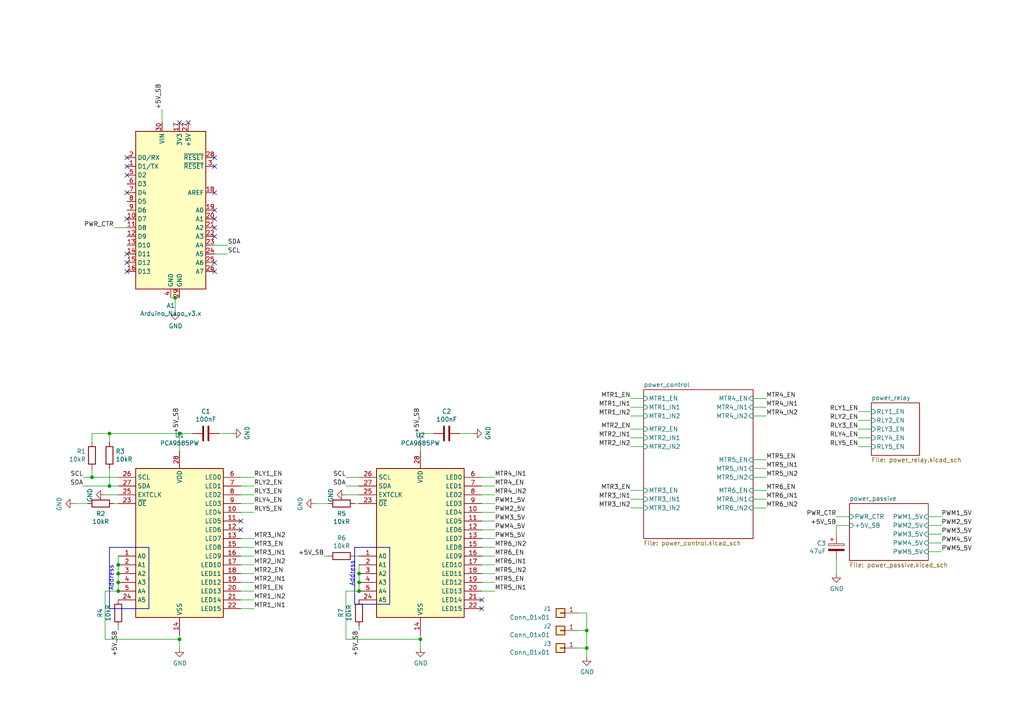
<source format=kicad_sch>
(kicad_sch (version 20230121) (generator eeschema)
  (paper "A4")
  (lib_symbols
    (symbol "power_board-rescue:Arduino_Nano_v3.x-MCU_Module"
      (property "Reference" "A" (at -10.16 23.495 0))
      (property "Value" "MCU_Module_Arduino_Nano_v3.x" (at 5.08 -24.13 0))
      (symbol "Arduino_Nano_v3.x-MCU_Module_0_1"
        (rectangle (start -10.16 22.86) (end 10.16 -22.86) (stroke (width 0.254)) (fill (type background)))
      )
      (symbol "Arduino_Nano_v3.x-MCU_Module_1_1"
        (pin bidirectional line (at -12.7 12.7 0) (length 2.54) (name "D1/TX") (number "1"))
        (pin bidirectional line (at -12.7 -2.54 0) (length 2.54) (name "D7") (number "10"))
        (pin bidirectional line (at -12.7 -5.08 0) (length 2.54) (name "D8") (number "11"))
        (pin bidirectional line (at -12.7 -7.62 0) (length 2.54) (name "D9") (number "12"))
        (pin bidirectional line (at -12.7 -10.16 0) (length 2.54) (name "D10") (number "13"))
        (pin bidirectional line (at -12.7 -12.7 0) (length 2.54) (name "D11") (number "14"))
        (pin bidirectional line (at -12.7 -15.24 0) (length 2.54) (name "D12") (number "15"))
        (pin bidirectional line (at -12.7 -17.78 0) (length 2.54) (name "D13") (number "16"))
        (pin power_out line (at 2.54 25.4 270) (length 2.54) (name "3V3") (number "17"))
        (pin input line (at 12.7 5.08 180) (length 2.54) (name "AREF") (number "18"))
        (pin bidirectional line (at 12.7 0 180) (length 2.54) (name "A0") (number "19"))
        (pin bidirectional line (at -12.7 15.24 0) (length 2.54) (name "D0/RX") (number "2"))
        (pin bidirectional line (at 12.7 -2.54 180) (length 2.54) (name "A1") (number "20"))
        (pin bidirectional line (at 12.7 -5.08 180) (length 2.54) (name "A2") (number "21"))
        (pin bidirectional line (at 12.7 -7.62 180) (length 2.54) (name "A3") (number "22"))
        (pin bidirectional line (at 12.7 -10.16 180) (length 2.54) (name "A4") (number "23"))
        (pin bidirectional line (at 12.7 -12.7 180) (length 2.54) (name "A5") (number "24"))
        (pin bidirectional line (at 12.7 -15.24 180) (length 2.54) (name "A6") (number "25"))
        (pin bidirectional line (at 12.7 -17.78 180) (length 2.54) (name "A7") (number "26"))
        (pin power_out line (at 5.08 25.4 270) (length 2.54) (name "+5V") (number "27"))
        (pin input line (at 12.7 15.24 180) (length 2.54) (name "~{RESET}") (number "28"))
        (pin power_in line (at 2.54 -25.4 90) (length 2.54) (name "GND") (number "29"))
        (pin input line (at 12.7 12.7 180) (length 2.54) (name "~{RESET}") (number "3"))
        (pin power_in line (at -2.54 25.4 270) (length 2.54) (name "VIN") (number "30"))
        (pin power_in line (at 0 -25.4 90) (length 2.54) (name "GND") (number "4"))
        (pin bidirectional line (at -12.7 10.16 0) (length 2.54) (name "D2") (number "5"))
        (pin bidirectional line (at -12.7 7.62 0) (length 2.54) (name "D3") (number "6"))
        (pin bidirectional line (at -12.7 5.08 0) (length 2.54) (name "D4") (number "7"))
        (pin bidirectional line (at -12.7 2.54 0) (length 2.54) (name "D5") (number "8"))
        (pin bidirectional line (at -12.7 0 0) (length 2.54) (name "D6") (number "9"))
      )
    )
    (symbol "power_board-rescue:C-Device" (pin_numbers hide) (pin_names (offset 0.254))
      (property "Reference" "C" (at 0.635 2.54 0))
      (property "Value" "Device_C" (at 0.635 -2.54 0))
      (symbol "C-Device_0_1"
        (polyline (pts (xy -2.032 -0.762) (xy 2.032 -0.762)) (stroke (width 0.508)))
        (polyline (pts (xy -2.032 0.762) (xy 2.032 0.762)) (stroke (width 0.508)))
      )
      (symbol "C-Device_1_1"
        (pin passive line (at 0 3.81 270) (length 2.794) (name "~") (number "1"))
        (pin passive line (at 0 -3.81 90) (length 2.794) (name "~") (number "2"))
      )
    )
    (symbol "power_board-rescue:CP-Device" (pin_numbers hide) (pin_names (offset 0.254))
      (property "Reference" "C" (at 0.635 2.54 0))
      (property "Value" "CP-Device" (at 0.635 -2.54 0))
      (symbol "CP-Device_0_1"
        (rectangle (start -2.286 0.508) (end 2.286 1.016))
        (polyline (pts (xy -1.778 2.286) (xy -0.762 2.286)))
        (polyline (pts (xy -1.27 2.794) (xy -1.27 1.778)))
        (rectangle (start 2.286 -0.508) (end -2.286 -1.016) (fill (type outline)))
      )
      (symbol "CP-Device_1_1"
        (pin passive line (at 0 3.81 270) (length 2.794) (name "~") (number "1"))
        (pin passive line (at 0 -3.81 90) (length 2.794) (name "~") (number "2"))
      )
    )
    (symbol "power_board-rescue:Conn_01x01-Connector_Generic" (pin_names (offset 1.016) hide)
      (property "Reference" "J" (at 0 2.54 0))
      (property "Value" "Connector_Generic_Conn_01x01" (at 0 -2.54 0))
      (symbol "Conn_01x01-Connector_Generic_1_1"
        (rectangle (start -1.27 0.127) (end 0 -0.127) (stroke (width 0.1524)))
        (rectangle (start -1.27 1.27) (end 1.27 -1.27) (stroke (width 0.254)) (fill (type background)))
        (pin passive line (at -5.08 0 0) (length 3.81) (name "Pin_1") (number "1"))
      )
    )
    (symbol "power_board-rescue:GND-power" (power) (pin_names (offset 0))
      (property "Value" "GND-power" (at 0 -3.81 0))
      (symbol "GND-power_0_1"
        (polyline (pts (xy 0 0) (xy 0 -1.27) (xy 1.27 -1.27) (xy 0 -2.54) (xy -1.27 -1.27) (xy 0 -1.27)))
      )
      (symbol "GND-power_1_1"
        (pin power_in line (at 0 0 270) (length 0) hide (name "GND") (number "1"))
      )
    )
    (symbol "power_board-rescue:PCA9685PW-Driver_LED"
      (property "Reference" "U" (at -12.7 22.225 0))
      (property "Value" "Driver_LED_PCA9685PW" (at 1.27 22.225 0))
      (symbol "PCA9685PW-Driver_LED_0_1"
        (rectangle (start -12.7 20.32) (end 12.7 -22.86) (stroke (width 0.254)) (fill (type background)))
      )
      (symbol "PCA9685PW-Driver_LED_1_1"
        (pin input line (at -17.78 -5.08 0) (length 5.08) (name "A0") (number "1"))
        (pin output line (at 17.78 7.62 180) (length 5.08) (name "LED4") (number "10"))
        (pin output line (at 17.78 5.08 180) (length 5.08) (name "LED5") (number "11"))
        (pin output line (at 17.78 2.54 180) (length 5.08) (name "LED6") (number "12"))
        (pin output line (at 17.78 0 180) (length 5.08) (name "LED7") (number "13"))
        (pin power_in line (at 0 -27.94 90) (length 5.08) (name "VSS") (number "14"))
        (pin output line (at 17.78 -2.54 180) (length 5.08) (name "LED8") (number "15"))
        (pin output line (at 17.78 -5.08 180) (length 5.08) (name "LED9") (number "16"))
        (pin output line (at 17.78 -7.62 180) (length 5.08) (name "LED10") (number "17"))
        (pin output line (at 17.78 -10.16 180) (length 5.08) (name "LED11") (number "18"))
        (pin output line (at 17.78 -12.7 180) (length 5.08) (name "LED12") (number "19"))
        (pin input line (at -17.78 -7.62 0) (length 5.08) (name "A1") (number "2"))
        (pin output line (at 17.78 -15.24 180) (length 5.08) (name "LED13") (number "20"))
        (pin output line (at 17.78 -17.78 180) (length 5.08) (name "LED14") (number "21"))
        (pin output line (at 17.78 -20.32 180) (length 5.08) (name "LED15") (number "22"))
        (pin input line (at -17.78 10.16 0) (length 5.08) (name "~{OE}") (number "23"))
        (pin input line (at -17.78 -17.78 0) (length 5.08) (name "A5") (number "24"))
        (pin input line (at -17.78 12.7 0) (length 5.08) (name "EXTCLK") (number "25"))
        (pin input line (at -17.78 17.78 0) (length 5.08) (name "SCL") (number "26"))
        (pin bidirectional line (at -17.78 15.24 0) (length 5.08) (name "SDA") (number "27"))
        (pin power_in line (at 0 25.4 270) (length 5.08) (name "VDD") (number "28"))
        (pin input line (at -17.78 -10.16 0) (length 5.08) (name "A2") (number "3"))
        (pin input line (at -17.78 -12.7 0) (length 5.08) (name "A3") (number "4"))
        (pin input line (at -17.78 -15.24 0) (length 5.08) (name "A4") (number "5"))
        (pin output line (at 17.78 17.78 180) (length 5.08) (name "LED0") (number "6"))
        (pin output line (at 17.78 15.24 180) (length 5.08) (name "LED1") (number "7"))
        (pin output line (at 17.78 12.7 180) (length 5.08) (name "LED2") (number "8"))
        (pin output line (at 17.78 10.16 180) (length 5.08) (name "LED3") (number "9"))
      )
    )
    (symbol "power_board-rescue:R-Device" (pin_numbers hide) (pin_names (offset 0))
      (property "Reference" "R" (at 2.032 0 90))
      (property "Value" "Device_R" (at 0 0 90))
      (symbol "R-Device_0_1"
        (rectangle (start -1.016 -2.54) (end 1.016 2.54) (stroke (width 0.254)))
      )
      (symbol "R-Device_1_1"
        (pin passive line (at 0 3.81 270) (length 1.27) (name "~") (number "1"))
        (pin passive line (at 0 -3.81 90) (length 1.27) (name "~") (number "2"))
      )
    )
  )
  (junction (at 170.18 182.88))
  (junction (at 34.29 166.37))
  (junction (at 26.67 138.43))
  (junction (at 104.14 168.91))
  (junction (at 121.92 185.42))
  (junction (at 34.29 163.83))
  (junction (at 104.14 166.37))
  (junction (at 170.18 187.96))
  (junction (at 31.75 140.97))
  (junction (at 34.29 168.91))
  (junction (at 52.07 185.42))
  (junction (at 31.75 125.73))
  (junction (at 104.14 171.45))
  (junction (at 34.29 171.45))
  (junction (at 52.07 125.73))
  (junction (at 50.8 86.36))
  (no_connect (at 62.23 78.74))
  (no_connect (at 62.23 55.88))
  (no_connect (at 36.83 45.72))
  (no_connect (at 62.23 68.58))
  (no_connect (at 62.23 60.96))
  (no_connect (at 36.83 73.66))
  (no_connect (at 62.23 45.72))
  (no_connect (at 36.83 55.88))
  (no_connect (at 62.23 76.2))
  (no_connect (at 139.7 176.53))
  (no_connect (at 36.83 78.74))
  (no_connect (at 69.85 153.67))
  (no_connect (at 36.83 63.5))
  (no_connect (at 139.7 173.99))
  (no_connect (at 62.23 66.04))
  (no_connect (at 62.23 63.5))
  (no_connect (at 54.61 35.56))
  (no_connect (at 36.83 48.26))
  (no_connect (at 62.23 48.26))
  (no_connect (at 36.83 50.8))
  (no_connect (at 36.83 76.2))
  (no_connect (at 52.07 35.56))
  (no_connect (at 69.85 151.13))
  (wire (pts (xy 242.57 162.56) (xy 242.57 166.37)))
  (wire (pts (xy 62.23 73.66) (xy 66.04 73.66)))
  (wire (pts (xy 52.07 185.42) (xy 30.48 185.42)))
  (wire (pts (xy 36.83 66.04) (xy 33.02 66.04)))
  (wire (pts (xy 69.85 173.99) (xy 73.66 173.99)))
  (wire (pts (xy 252.73 121.92) (xy 248.92 121.92)))
  (wire (pts (xy 52.07 185.42) (xy 52.07 187.96)))
  (wire (pts (xy 21.59 146.05) (xy 25.4 146.05)))
  (wire (pts (xy 50.8 86.36) (xy 52.07 86.36)))
  (wire (pts (xy 69.85 168.91) (xy 73.66 168.91)))
  (polyline (pts (xy 113.03 158.75) (xy 113.03 175.26)) (stroke (width 0.2032)))
  (wire (pts (xy 26.67 125.73) (xy 31.75 125.73)))
  (wire (pts (xy 186.69 127) (xy 182.88 127)))
  (wire (pts (xy 34.29 143.51) (xy 30.48 143.51)))
  (wire (pts (xy 93.98 161.29) (xy 95.25 161.29)))
  (wire (pts (xy 121.92 184.15) (xy 121.92 185.42)))
  (wire (pts (xy 139.7 166.37) (xy 143.51 166.37)))
  (wire (pts (xy 50.8 86.36) (xy 50.8 90.17)))
  (wire (pts (xy 170.18 182.88) (xy 170.18 187.96)))
  (wire (pts (xy 69.85 176.53) (xy 73.66 176.53)))
  (wire (pts (xy 222.25 135.89) (xy 218.44 135.89)))
  (wire (pts (xy 30.48 185.42) (xy 30.48 171.45)))
  (wire (pts (xy 222.25 133.35) (xy 218.44 133.35)))
  (wire (pts (xy 252.73 119.38) (xy 248.92 119.38)))
  (wire (pts (xy 186.69 129.54) (xy 182.88 129.54)))
  (wire (pts (xy 63.5 125.73) (xy 67.31 125.73)))
  (polyline (pts (xy 31.75 176.53) (xy 31.75 158.75)) (stroke (width 0.2032)))
  (polyline (pts (xy 113.03 175.26) (xy 102.87 175.26)) (stroke (width 0.2032)))
  (wire (pts (xy 269.24 149.86) (xy 273.05 149.86)))
  (wire (pts (xy 69.85 156.21) (xy 73.66 156.21)))
  (wire (pts (xy 222.25 144.78) (xy 218.44 144.78)))
  (wire (pts (xy 69.85 171.45) (xy 73.66 171.45)))
  (wire (pts (xy 222.25 147.32) (xy 218.44 147.32)))
  (wire (pts (xy 24.13 140.97) (xy 31.75 140.97)))
  (wire (pts (xy 69.85 161.29) (xy 73.66 161.29)))
  (wire (pts (xy 69.85 148.59) (xy 73.66 148.59)))
  (wire (pts (xy 31.75 140.97) (xy 34.29 140.97)))
  (wire (pts (xy 139.7 146.05) (xy 143.51 146.05)))
  (wire (pts (xy 104.14 171.45) (xy 104.14 168.91)))
  (wire (pts (xy 104.14 138.43) (xy 100.33 138.43)))
  (wire (pts (xy 186.69 115.57) (xy 182.88 115.57)))
  (wire (pts (xy 49.53 86.36) (xy 50.8 86.36)))
  (wire (pts (xy 52.07 125.73) (xy 55.88 125.73)))
  (wire (pts (xy 52.07 125.73) (xy 52.07 130.81)))
  (wire (pts (xy 222.25 115.57) (xy 218.44 115.57)))
  (wire (pts (xy 252.73 127) (xy 248.92 127)))
  (wire (pts (xy 139.7 138.43) (xy 143.51 138.43)))
  (wire (pts (xy 167.64 182.88) (xy 170.18 182.88)))
  (wire (pts (xy 139.7 168.91) (xy 143.51 168.91)))
  (wire (pts (xy 121.92 125.73) (xy 125.73 125.73)))
  (wire (pts (xy 104.14 168.91) (xy 104.14 166.37)))
  (wire (pts (xy 121.92 185.42) (xy 121.92 187.96)))
  (wire (pts (xy 269.24 160.02) (xy 273.05 160.02)))
  (wire (pts (xy 104.14 166.37) (xy 104.14 163.83)))
  (wire (pts (xy 242.57 152.4) (xy 242.57 154.94)))
  (wire (pts (xy 46.99 31.75) (xy 46.99 35.56)))
  (wire (pts (xy 69.85 166.37) (xy 73.66 166.37)))
  (wire (pts (xy 252.73 129.54) (xy 248.92 129.54)))
  (wire (pts (xy 62.23 71.12) (xy 66.04 71.12)))
  (wire (pts (xy 100.33 185.42) (xy 100.33 171.45)))
  (wire (pts (xy 91.44 146.05) (xy 95.25 146.05)))
  (wire (pts (xy 100.33 143.51) (xy 104.14 143.51)))
  (wire (pts (xy 170.18 177.8) (xy 170.18 182.88)))
  (wire (pts (xy 31.75 128.27) (xy 31.75 125.73)))
  (wire (pts (xy 269.24 152.4) (xy 273.05 152.4)))
  (wire (pts (xy 102.87 146.05) (xy 104.14 146.05)))
  (wire (pts (xy 167.64 187.96) (xy 170.18 187.96)))
  (wire (pts (xy 26.67 138.43) (xy 34.29 138.43)))
  (polyline (pts (xy 43.18 176.53) (xy 31.75 176.53)) (stroke (width 0.2032)))
  (wire (pts (xy 26.67 125.73) (xy 26.67 128.27)))
  (wire (pts (xy 69.85 143.51) (xy 73.66 143.51)))
  (wire (pts (xy 186.69 124.46) (xy 182.88 124.46)))
  (polyline (pts (xy 43.18 158.75) (xy 43.18 176.53)) (stroke (width 0.2032)))
  (wire (pts (xy 30.48 171.45) (xy 34.29 171.45)))
  (wire (pts (xy 186.69 120.65) (xy 182.88 120.65)))
  (wire (pts (xy 139.7 156.21) (xy 143.51 156.21)))
  (wire (pts (xy 52.07 184.15) (xy 52.07 185.42)))
  (wire (pts (xy 69.85 158.75) (xy 73.66 158.75)))
  (wire (pts (xy 24.13 138.43) (xy 26.67 138.43)))
  (wire (pts (xy 139.7 143.51) (xy 143.51 143.51)))
  (wire (pts (xy 31.75 125.73) (xy 52.07 125.73)))
  (wire (pts (xy 34.29 182.88) (xy 34.29 181.61)))
  (wire (pts (xy 133.35 125.73) (xy 137.16 125.73)))
  (wire (pts (xy 252.73 124.46) (xy 248.92 124.46)))
  (wire (pts (xy 246.38 149.86) (xy 242.57 149.86)))
  (wire (pts (xy 170.18 187.96) (xy 170.18 190.5)))
  (wire (pts (xy 26.67 135.89) (xy 26.67 138.43)))
  (wire (pts (xy 100.33 171.45) (xy 104.14 171.45)))
  (wire (pts (xy 167.64 177.8) (xy 170.18 177.8)))
  (wire (pts (xy 69.85 163.83) (xy 73.66 163.83)))
  (wire (pts (xy 33.02 146.05) (xy 34.29 146.05)))
  (wire (pts (xy 34.29 163.83) (xy 34.29 166.37)))
  (wire (pts (xy 69.85 138.43) (xy 73.66 138.43)))
  (wire (pts (xy 31.75 135.89) (xy 31.75 140.97)))
  (wire (pts (xy 104.14 182.88) (xy 104.14 181.61)))
  (wire (pts (xy 186.69 142.24) (xy 182.88 142.24)))
  (wire (pts (xy 269.24 157.48) (xy 273.05 157.48)))
  (polyline (pts (xy 31.75 158.75) (xy 43.18 158.75)) (stroke (width 0.2032)))
  (wire (pts (xy 139.7 158.75) (xy 143.51 158.75)))
  (wire (pts (xy 222.25 138.43) (xy 218.44 138.43)))
  (wire (pts (xy 139.7 161.29) (xy 143.51 161.29)))
  (wire (pts (xy 104.14 140.97) (xy 100.33 140.97)))
  (wire (pts (xy 269.24 154.94) (xy 273.05 154.94)))
  (wire (pts (xy 186.69 144.78) (xy 182.88 144.78)))
  (wire (pts (xy 139.7 163.83) (xy 143.51 163.83)))
  (wire (pts (xy 34.29 161.29) (xy 34.29 163.83)))
  (wire (pts (xy 186.69 147.32) (xy 182.88 147.32)))
  (wire (pts (xy 121.92 125.73) (xy 121.92 130.81)))
  (wire (pts (xy 69.85 146.05) (xy 73.66 146.05)))
  (polyline (pts (xy 102.87 175.26) (xy 102.87 158.75)) (stroke (width 0.2032)))
  (polyline (pts (xy 102.87 158.75) (xy 113.03 158.75)) (stroke (width 0.2032)))
  (wire (pts (xy 246.38 152.4) (xy 242.57 152.4)))
  (wire (pts (xy 222.25 118.11) (xy 218.44 118.11)))
  (wire (pts (xy 139.7 151.13) (xy 143.51 151.13)))
  (wire (pts (xy 139.7 140.97) (xy 143.51 140.97)))
  (wire (pts (xy 222.25 142.24) (xy 218.44 142.24)))
  (wire (pts (xy 100.33 185.42) (xy 121.92 185.42)))
  (wire (pts (xy 186.69 118.11) (xy 182.88 118.11)))
  (wire (pts (xy 139.7 171.45) (xy 143.51 171.45)))
  (wire (pts (xy 102.87 161.29) (xy 104.14 161.29)))
  (wire (pts (xy 34.29 168.91) (xy 34.29 171.45)))
  (wire (pts (xy 222.25 120.65) (xy 218.44 120.65)))
  (wire (pts (xy 34.29 166.37) (xy 34.29 168.91)))
  (wire (pts (xy 139.7 153.67) (xy 143.51 153.67)))
  (wire (pts (xy 69.85 140.97) (xy 73.66 140.97)))
  (wire (pts (xy 139.7 148.59) (xy 143.51 148.59)))
  (text "Address" (at 102.87 170.18 90) (effects (font (size 1.27 1.27)) (justify left bottom)))
  (text "Address" (at 33.02 171.45 90) (effects (font (size 1.27 1.27)) (justify left bottom)))
  (label "SDA" (at 66.04 71.12 0))
  (label "MTR1_IN2" (at 73.66 173.99 0))
  (label "MTR6_EN" (at 143.51 161.29 0))
  (label "MTR3_IN2" (at 73.66 156.21 0))
  (label "MTR3_IN1" (at 73.66 161.29 0))
  (label "+5V_SB" (at 93.98 161.29 180))
  (label "SDA" (at 100.33 140.97 180))
  (label "RLY3_EN" (at 73.66 143.51 0))
  (label "+5V_SB" (at 121.92 125.73 90))
  (label "PWM4_5V" (at 273.05 157.48 0))
  (label "MTR6_IN1" (at 143.51 163.83 0))
  (label "SCL" (at 100.33 138.43 180))
  (label "+5V_SB" (at 46.99 31.75 90))
  (label "PWM1_5V" (at 273.05 149.86 0))
  (label "MTR5_EN" (at 143.51 168.91 0))
  (label "MTR3_EN" (at 73.66 158.75 0))
  (label "RLY4_EN" (at 73.66 146.05 0))
  (label "+5V_SB" (at 242.57 152.4 180))
  (label "MTR5_EN" (at 222.25 133.35 0))
  (label "SCL" (at 24.13 138.43 180))
  (label "RLY5_EN" (at 248.92 129.54 180))
  (label "MTR3_IN2" (at 182.88 147.32 180))
  (label "RLY2_EN" (at 73.66 140.97 0))
  (label "RLY2_EN" (at 248.92 121.92 180))
  (label "MTR2_IN1" (at 182.88 127 180))
  (label "MTR5_IN1" (at 222.25 135.89 0))
  (label "PWM5_5V" (at 143.51 156.21 0))
  (label "MTR1_EN" (at 73.66 171.45 0))
  (label "PWM3_5V" (at 273.05 154.94 0))
  (label "MTR2_IN1" (at 73.66 168.91 0))
  (label "MTR6_IN1" (at 222.25 144.78 0))
  (label "PWR_CTR" (at 33.02 66.04 180))
  (label "RLY1_EN" (at 248.92 119.38 180))
  (label "MTR5_IN2" (at 143.51 166.37 0))
  (label "MTR1_IN1" (at 182.88 118.11 180))
  (label "MTR1_EN" (at 182.88 115.57 180))
  (label "PWM2_5V" (at 273.05 152.4 0))
  (label "PWR_CTR" (at 242.57 149.86 180))
  (label "MTR2_EN" (at 182.88 124.46 180))
  (label "RLY4_EN" (at 248.92 127 180))
  (label "MTR2_EN" (at 73.66 166.37 0))
  (label "PWM5_5V" (at 273.05 160.02 0))
  (label "RLY5_EN" (at 73.66 148.59 0))
  (label "MTR2_IN2" (at 182.88 129.54 180))
  (label "MTR1_IN2" (at 182.88 120.65 180))
  (label "MTR4_IN2" (at 143.51 143.51 0))
  (label "PWM4_5V" (at 143.51 153.67 0))
  (label "MTR2_IN2" (at 73.66 163.83 0))
  (label "MTR1_IN1" (at 73.66 176.53 0))
  (label "PWM3_5V" (at 143.51 151.13 0))
  (label "MTR4_IN1" (at 222.25 118.11 0))
  (label "MTR6_EN" (at 222.25 142.24 0))
  (label "MTR6_IN2" (at 143.51 158.75 0))
  (label "MTR4_EN" (at 143.51 140.97 0))
  (label "+5V_SB" (at 52.07 125.73 90))
  (label "+5V_SB" (at 34.29 182.88 270))
  (label "MTR5_IN2" (at 222.25 138.43 0))
  (label "+5V_SB" (at 104.14 182.88 270))
  (label "MTR6_IN2" (at 222.25 147.32 0))
  (label "RLY1_EN" (at 73.66 138.43 0))
  (label "MTR4_IN1" (at 143.51 138.43 0))
  (label "MTR3_IN1" (at 182.88 144.78 180))
  (label "MTR4_IN2" (at 222.25 120.65 0))
  (label "MTR5_IN1" (at 143.51 171.45 0))
  (label "MTR3_EN" (at 182.88 142.24 180))
  (label "SCL" (at 66.04 73.66 0))
  (label "MTR4_EN" (at 222.25 115.57 0))
  (label "SDA" (at 24.13 140.97 180))
  (label "RLY3_EN" (at 248.92 124.46 180))
  (label "PWM1_5V" (at 143.51 146.05 0))
  (label "PWM2_5V" (at 143.51 148.59 0))
  (symbol (lib_id "power_board-rescue:GND-power") (at 50.8 90.17 0) (unit 1)
    (property "Reference" "#PWR03" (effects hide))
    (property "Value" "GND" (at 50.927 94.5642 0))
  )
  (symbol (lib_id "power_board-rescue:Conn_01x01-Connector_Generic") (at 162.56 187.96 180) (unit 1)
    (property "Reference" "J3" (at 158.75 186.69 0))
    (property "Value" "Conn_01x01" (at 153.67 189.23 0))
    (property "Footprint" "lsts_mecanical:MountingHole_3.5mm_Pad" (effects hide))
  )
  (symbol (lib_id "power_board-rescue:Conn_01x01-Connector_Generic") (at 162.56 182.88 180) (unit 1)
    (property "Reference" "J2" (at 158.75 181.61 0))
    (property "Value" "Conn_01x01" (at 153.67 184.15 0))
    (property "Footprint" "lsts_mecanical:MountingHole_3.5mm_Pad" (effects hide))
  )
  (symbol (lib_id "power_board-rescue:Conn_01x01-Connector_Generic") (at 162.56 177.8 180) (unit 1)
    (property "Reference" "J1" (at 158.75 176.53 0))
    (property "Value" "Conn_01x01" (at 153.67 179.07 0))
    (property "Footprint" "lsts_mecanical:MountingHole_3.5mm_Pad" (effects hide))
  )
  (symbol (lib_id "power_board-rescue:GND-power") (at 170.18 190.5 0) (unit 1)
    (property "Reference" "#PWR010" (effects hide))
    (property "Value" "GND" (at 170.307 194.8942 0))
  )
  (symbol (lib_id "power_board-rescue:GND-power") (at 242.57 166.37 0) (unit 1)
    (property "Reference" "#PWR011" (effects hide))
    (property "Value" "GND" (at 242.697 170.7642 0))
  )
  (symbol (lib_id "power_board-rescue:CP-Device") (at 242.57 158.75 0) (unit 1)
    (property "Reference" "C3" (at 239.5982 157.5816 0) (effects (justify right)))
    (property "Value" "47uF" (at 239.5982 159.893 0) (effects (justify right)))
    (property "Footprint" "Capacitor_THT:CP_Radial_D5.0mm_P2.00mm" (effects hide))
    (property "Datasheet" "https://www.we-online.com/catalog/datasheet/860010272003.pdf" (effects hide))
    (property "manf#" "860010272003" (effects hide))
  )
  (symbol (lib_id "power_board-rescue:GND-power") (at 52.07 187.96 0) (unit 1)
    (property "Reference" "#PWR04" (effects hide))
    (property "Value" "GND" (at 52.197 192.3542 0))
  )
  (symbol (lib_id "power_board-rescue:GND-power") (at 121.92 187.96 0) (unit 1)
    (property "Reference" "#PWR08" (effects hide))
    (property "Value" "GND" (at 122.047 192.3542 0))
  )
  (symbol (lib_id "power_board-rescue:R-Device") (at 99.06 161.29 270) (unit 1)
    (property "Reference" "R6" (at 99.06 156.0322 90))
    (property "Value" "10kR" (at 99.06 158.3436 90))
    (property "Footprint" "lsts_passives:R_0603" (effects hide))
    (property "manf#" "CRCW060310K0JNEBC" (effects hide))
  )
  (symbol (lib_id "power_board-rescue:R-Device") (at 31.75 132.08 180) (unit 1)
    (property "Reference" "R3" (at 33.528 130.9116 0) (effects (justify right)))
    (property "Value" "10kR" (at 33.528 133.223 0) (effects (justify right)))
    (property "Footprint" "lsts_passives:R_0603" (effects hide))
    (property "manf#" "CRCW060310K0JNEBC" (effects hide))
  )
  (symbol (lib_id "power_board-rescue:R-Device") (at 26.67 132.08 180) (unit 1)
    (property "Reference" "R1" (at 24.9174 130.9116 0) (effects (justify left)))
    (property "Value" "10kR" (at 24.9174 133.223 0) (effects (justify left)))
    (property "Footprint" "lsts_passives:R_0603" (effects hide))
    (property "manf#" "CRCW060310K0JNEBC" (effects hide))
  )
  (symbol (lib_id "power_board-rescue:C-Device") (at 59.69 125.73 270) (unit 1)
    (property "Reference" "C1" (at 59.69 119.3292 90))
    (property "Value" "100nF" (at 59.69 121.6406 90))
    (property "Footprint" "lsts_passives:C_0603" (effects hide))
    (property "manf#" "EMK107B7104KAHT" (effects hide))
  )
  (symbol (lib_id "power_board-rescue:GND-power") (at 67.31 125.73 90) (unit 1)
    (property "Reference" "#PWR05" (effects hide))
    (property "Value" "GND" (at 71.7042 125.603 0))
  )
  (symbol (lib_id "power_board-rescue:C-Device") (at 129.54 125.73 270) (unit 1)
    (property "Reference" "C2" (at 129.54 119.3292 90))
    (property "Value" "100nF" (at 129.54 121.6406 90))
    (property "Footprint" "lsts_passives:C_0603" (effects hide))
    (property "manf#" "EMK107B7104KAHT" (effects hide))
  )
  (symbol (lib_id "power_board-rescue:GND-power") (at 137.16 125.73 90) (unit 1)
    (property "Reference" "#PWR09" (effects hide))
    (property "Value" "GND" (at 141.5542 125.603 0))
  )
  (symbol (lib_id "power_board-rescue:PCA9685PW-Driver_LED") (at 52.07 156.21 0) (unit 1)
    (property "Reference" "U1" (at 52.07 126.2126 0))
    (property "Value" "PCA9685PW" (at 52.07 128.524 0))
    (property "Footprint" "Package_SO:TSSOP-28_4.4x9.7mm_P0.65mm" (effects hide))
    (property "Datasheet" "http://www.nxp.com/documents/data_sheet/PCA9685.pdf" (effects hide))
  )
  (symbol (lib_id "power_board-rescue:PCA9685PW-Driver_LED") (at 121.92 156.21 0) (unit 1)
    (property "Reference" "U2" (at 121.92 126.2126 0))
    (property "Value" "PCA9685PW" (at 121.92 128.524 0))
    (property "Footprint" "Package_SO:TSSOP-28_4.4x9.7mm_P0.65mm" (effects hide))
    (property "Datasheet" "http://www.nxp.com/documents/data_sheet/PCA9685.pdf" (effects hide))
  )
  (symbol (lib_id "power_board-rescue:GND-power") (at 100.33 143.51 270) (unit 1)
    (property "Reference" "#PWR07" (effects hide))
    (property "Value" "GND" (at 95.9358 143.637 0))
  )
  (symbol (lib_id "power_board-rescue:R-Device") (at 99.06 146.05 270) (unit 1)
    (property "Reference" "R5" (at 99.06 148.971 90))
    (property "Value" "10kR" (at 99.06 151.2824 90))
    (property "Footprint" "lsts_passives:R_0603" (effects hide))
    (property "manf#" "CRCW060310K0JNEBC" (effects hide))
  )
  (symbol (lib_id "power_board-rescue:GND-power") (at 91.44 146.05 270) (unit 1)
    (property "Reference" "#PWR06" (effects hide))
    (property "Value" "GND" (at 87.0458 146.177 0))
  )
  (symbol (lib_id "power_board-rescue:GND-power") (at 30.48 143.51 270) (unit 1)
    (property "Reference" "#PWR02" (effects hide))
    (property "Value" "GND" (at 26.0858 143.637 0))
  )
  (symbol (lib_id "power_board-rescue:GND-power") (at 21.59 146.05 270) (unit 1)
    (property "Reference" "#PWR01" (effects hide))
    (property "Value" "GND" (at 17.1958 146.177 0))
  )
  (symbol (lib_id "power_board-rescue:R-Device") (at 29.21 146.05 270) (unit 1)
    (property "Reference" "R2" (at 29.21 148.971 90))
    (property "Value" "10kR" (at 29.21 151.2824 90))
    (property "Footprint" "lsts_passives:R_0603" (effects hide))
    (property "manf#" "CRCW060310K0JNEBC" (effects hide))
  )
  (symbol (lib_id "power_board-rescue:Arduino_Nano_v3.x-MCU_Module") (at 49.53 60.96 0) (unit 1)
    (property "Reference" "A1" (at 49.53 88.6206 0))
    (property "Value" "Arduino_Nano_v3.x" (at 49.53 90.932 0))
    (property "Footprint" "Module:Arduino_Nano" (effects hide))
    (property "Datasheet" "http://www.mouser.com/pdfdocs/Gravitech_Arduino_Nano3_0.pdf" (effects hide))
  )
  (symbol (lib_id "power_board-rescue:R-Device") (at 34.29 177.8 0) (unit 1)
    (property "Reference" "R4" (at 29.0322 177.8 90))
    (property "Value" "10kR" (at 31.3436 177.8 90))
    (property "Footprint" "lsts_passives:R_0603" (effects hide))
    (property "manf#" "CRCW060310K0JNEBC" (effects hide))
  )
  (symbol (lib_id "power_board-rescue:R-Device") (at 104.14 177.8 0) (unit 1)
    (property "Reference" "R7" (at 98.8822 177.8 90))
    (property "Value" "10kR" (at 101.1936 177.8 90))
    (property "Footprint" "lsts_passives:R_0603" (effects hide))
    (property "manf#" "CRCW060310K0JNEBC" (effects hide))
  )
  (sheet (at 186.69 113.03) (size 31.75 43.18)
    (property "Sheetname" "power_control" (at 186.69 112.3184 0) (effects (justify left bottom)))
    (property "Sheetfile" "power_control.kicad_sch" (at 186.69 156.7946 0) (effects (justify left top)))
    (pin "MTR1_EN" input (at 186.69 115.57 180))
    (pin "MTR1_IN1" input (at 186.69 118.11 180))
    (pin "MTR1_IN2" input (at 186.69 120.65 180))
    (pin "MTR2_EN" input (at 186.69 124.46 180))
    (pin "MTR2_IN1" input (at 186.69 127 180))
    (pin "MTR2_IN2" input (at 186.69 129.54 180))
    (pin "MTR3_EN" input (at 186.69 142.24 180))
    (pin "MTR3_IN1" input (at 186.69 144.78 180))
    (pin "MTR3_IN2" input (at 186.69 147.32 180))
    (pin "MTR4_EN" input (at 218.44 115.57 0))
    (pin "MTR4_IN1" input (at 218.44 118.11 0))
    (pin "MTR4_IN2" input (at 218.44 120.65 0))
    (pin "MTR5_EN" input (at 218.44 133.35 0))
    (pin "MTR5_IN1" input (at 218.44 135.89 0))
    (pin "MTR5_IN2" input (at 218.44 138.43 0))
    (pin "MTR6_EN" input (at 218.44 142.24 0))
    (pin "MTR6_IN1" input (at 218.44 144.78 0))
    (pin "MTR6_IN2" input (at 218.44 147.32 0))
  )
  (sheet (at 246.38 146.05) (size 22.86 16.51)
    (property "Sheetname" "power_passive" (at 246.38 145.3384 0) (effects (justify left bottom)))
    (property "Sheetfile" "power_passive.kicad_sch" (at 246.38 163.1446 0) (effects (justify left top)))
    (pin "+5V_SB" input (at 246.38 152.4 180))
    (pin "PWR_CTR" input (at 246.38 149.86 180))
    (pin "PWM1_5V" input (at 269.24 149.86 0))
    (pin "PWM2_5V" input (at 269.24 152.4 0))
    (pin "PWM3_5V" input (at 269.24 154.94 0))
    (pin "PWM4_5V" input (at 269.24 157.48 0))
    (pin "PWM5_5V" input (at 269.24 160.02 0))
  )
  (sheet (at 252.73 116.84) (size 13.97 15.24)
    (property "Sheetname" "power_relay" (at 252.73 116.1284 0) (effects (justify left bottom)))
    (property "Sheetfile" "power_relay.kicad_sch" (at 252.73 132.6646 0) (effects (justify left top)))
    (pin "RLY5_EN" input (at 252.73 129.54 180))
    (pin "RLY4_EN" input (at 252.73 127 180))
    (pin "RLY2_EN" input (at 252.73 121.92 180))
    (pin "RLY1_EN" input (at 252.73 119.38 180))
    (pin "RLY3_EN" input (at 252.73 124.46 180))
  )
)
</source>
